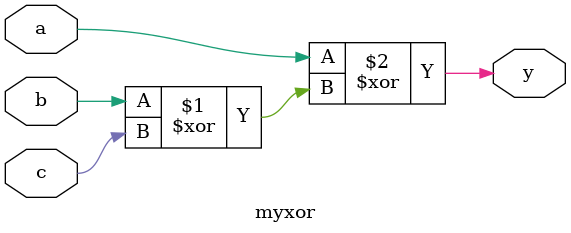
<source format=v>
module myxor(a, b, c, y);
input a, b, c;
output y;
assign y = a^(b^c);
endmodule

</source>
